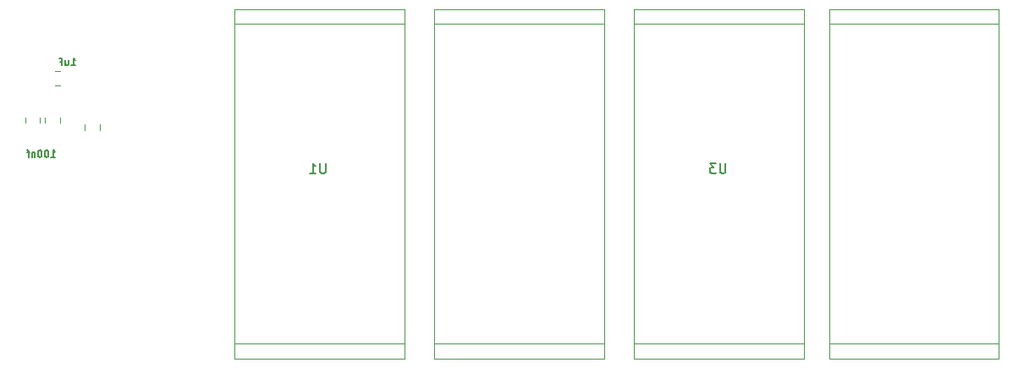
<source format=gbr>
%TF.GenerationSoftware,KiCad,Pcbnew,9.0.0*%
%TF.CreationDate,2025-04-06T17:48:58-04:00*%
%TF.ProjectId,Thruster_Control_Card_COPY,54687275-7374-4657-925f-436f6e74726f,rev?*%
%TF.SameCoordinates,Original*%
%TF.FileFunction,Legend,Bot*%
%TF.FilePolarity,Positive*%
%FSLAX46Y46*%
G04 Gerber Fmt 4.6, Leading zero omitted, Abs format (unit mm)*
G04 Created by KiCad (PCBNEW 9.0.0) date 2025-04-06 17:48:58*
%MOMM*%
%LPD*%
G01*
G04 APERTURE LIST*
%ADD10C,0.150000*%
%ADD11C,0.120000*%
G04 APERTURE END LIST*
D10*
X153183333Y-68666033D02*
X153583333Y-68666033D01*
X153383333Y-68666033D02*
X153383333Y-67966033D01*
X153383333Y-67966033D02*
X153450000Y-68066033D01*
X153450000Y-68066033D02*
X153516667Y-68132700D01*
X153516667Y-68132700D02*
X153583333Y-68166033D01*
X152750000Y-67966033D02*
X152683333Y-67966033D01*
X152683333Y-67966033D02*
X152616666Y-67999366D01*
X152616666Y-67999366D02*
X152583333Y-68032700D01*
X152583333Y-68032700D02*
X152550000Y-68099366D01*
X152550000Y-68099366D02*
X152516666Y-68232700D01*
X152516666Y-68232700D02*
X152516666Y-68399366D01*
X152516666Y-68399366D02*
X152550000Y-68532700D01*
X152550000Y-68532700D02*
X152583333Y-68599366D01*
X152583333Y-68599366D02*
X152616666Y-68632700D01*
X152616666Y-68632700D02*
X152683333Y-68666033D01*
X152683333Y-68666033D02*
X152750000Y-68666033D01*
X152750000Y-68666033D02*
X152816666Y-68632700D01*
X152816666Y-68632700D02*
X152850000Y-68599366D01*
X152850000Y-68599366D02*
X152883333Y-68532700D01*
X152883333Y-68532700D02*
X152916666Y-68399366D01*
X152916666Y-68399366D02*
X152916666Y-68232700D01*
X152916666Y-68232700D02*
X152883333Y-68099366D01*
X152883333Y-68099366D02*
X152850000Y-68032700D01*
X152850000Y-68032700D02*
X152816666Y-67999366D01*
X152816666Y-67999366D02*
X152750000Y-67966033D01*
X152083333Y-67966033D02*
X152016666Y-67966033D01*
X152016666Y-67966033D02*
X151949999Y-67999366D01*
X151949999Y-67999366D02*
X151916666Y-68032700D01*
X151916666Y-68032700D02*
X151883333Y-68099366D01*
X151883333Y-68099366D02*
X151849999Y-68232700D01*
X151849999Y-68232700D02*
X151849999Y-68399366D01*
X151849999Y-68399366D02*
X151883333Y-68532700D01*
X151883333Y-68532700D02*
X151916666Y-68599366D01*
X151916666Y-68599366D02*
X151949999Y-68632700D01*
X151949999Y-68632700D02*
X152016666Y-68666033D01*
X152016666Y-68666033D02*
X152083333Y-68666033D01*
X152083333Y-68666033D02*
X152149999Y-68632700D01*
X152149999Y-68632700D02*
X152183333Y-68599366D01*
X152183333Y-68599366D02*
X152216666Y-68532700D01*
X152216666Y-68532700D02*
X152249999Y-68399366D01*
X152249999Y-68399366D02*
X152249999Y-68232700D01*
X152249999Y-68232700D02*
X152216666Y-68099366D01*
X152216666Y-68099366D02*
X152183333Y-68032700D01*
X152183333Y-68032700D02*
X152149999Y-67999366D01*
X152149999Y-67999366D02*
X152083333Y-67966033D01*
X151549999Y-68199366D02*
X151549999Y-68666033D01*
X151549999Y-68266033D02*
X151516666Y-68232700D01*
X151516666Y-68232700D02*
X151449999Y-68199366D01*
X151449999Y-68199366D02*
X151349999Y-68199366D01*
X151349999Y-68199366D02*
X151283332Y-68232700D01*
X151283332Y-68232700D02*
X151249999Y-68299366D01*
X151249999Y-68299366D02*
X151249999Y-68666033D01*
X151016666Y-68199366D02*
X150749999Y-68199366D01*
X150916666Y-68666033D02*
X150916666Y-68066033D01*
X150916666Y-68066033D02*
X150883333Y-67999366D01*
X150883333Y-67999366D02*
X150816666Y-67966033D01*
X150816666Y-67966033D02*
X150749999Y-67966033D01*
X180661904Y-69304819D02*
X180661904Y-70114342D01*
X180661904Y-70114342D02*
X180614285Y-70209580D01*
X180614285Y-70209580D02*
X180566666Y-70257200D01*
X180566666Y-70257200D02*
X180471428Y-70304819D01*
X180471428Y-70304819D02*
X180280952Y-70304819D01*
X180280952Y-70304819D02*
X180185714Y-70257200D01*
X180185714Y-70257200D02*
X180138095Y-70209580D01*
X180138095Y-70209580D02*
X180090476Y-70114342D01*
X180090476Y-70114342D02*
X180090476Y-69304819D01*
X179090476Y-70304819D02*
X179661904Y-70304819D01*
X179376190Y-70304819D02*
X179376190Y-69304819D01*
X179376190Y-69304819D02*
X179471428Y-69447676D01*
X179471428Y-69447676D02*
X179566666Y-69542914D01*
X179566666Y-69542914D02*
X179661904Y-69590533D01*
X155216666Y-59466033D02*
X155616666Y-59466033D01*
X155416666Y-59466033D02*
X155416666Y-58766033D01*
X155416666Y-58766033D02*
X155483333Y-58866033D01*
X155483333Y-58866033D02*
X155550000Y-58932700D01*
X155550000Y-58932700D02*
X155616666Y-58966033D01*
X154616666Y-58999366D02*
X154616666Y-59466033D01*
X154916666Y-58999366D02*
X154916666Y-59366033D01*
X154916666Y-59366033D02*
X154883333Y-59432700D01*
X154883333Y-59432700D02*
X154816666Y-59466033D01*
X154816666Y-59466033D02*
X154716666Y-59466033D01*
X154716666Y-59466033D02*
X154649999Y-59432700D01*
X154649999Y-59432700D02*
X154616666Y-59399366D01*
X154050000Y-59099366D02*
X154283333Y-59099366D01*
X154283333Y-59466033D02*
X154283333Y-58766033D01*
X154283333Y-58766033D02*
X153950000Y-58766033D01*
X220661904Y-69304819D02*
X220661904Y-70114342D01*
X220661904Y-70114342D02*
X220614285Y-70209580D01*
X220614285Y-70209580D02*
X220566666Y-70257200D01*
X220566666Y-70257200D02*
X220471428Y-70304819D01*
X220471428Y-70304819D02*
X220280952Y-70304819D01*
X220280952Y-70304819D02*
X220185714Y-70257200D01*
X220185714Y-70257200D02*
X220138095Y-70209580D01*
X220138095Y-70209580D02*
X220090476Y-70114342D01*
X220090476Y-70114342D02*
X220090476Y-69304819D01*
X219709523Y-69304819D02*
X219090476Y-69304819D01*
X219090476Y-69304819D02*
X219423809Y-69685771D01*
X219423809Y-69685771D02*
X219280952Y-69685771D01*
X219280952Y-69685771D02*
X219185714Y-69733390D01*
X219185714Y-69733390D02*
X219138095Y-69781009D01*
X219138095Y-69781009D02*
X219090476Y-69876247D01*
X219090476Y-69876247D02*
X219090476Y-70114342D01*
X219090476Y-70114342D02*
X219138095Y-70209580D01*
X219138095Y-70209580D02*
X219185714Y-70257200D01*
X219185714Y-70257200D02*
X219280952Y-70304819D01*
X219280952Y-70304819D02*
X219566666Y-70304819D01*
X219566666Y-70304819D02*
X219661904Y-70257200D01*
X219661904Y-70257200D02*
X219709523Y-70209580D01*
D11*
%TO.C,U2*%
X191500000Y-55350000D02*
X208500000Y-55350000D01*
X208500000Y-87350000D02*
X191500000Y-87350000D01*
X208500000Y-53850000D02*
X191500000Y-53850000D01*
X191500000Y-88850000D01*
X208500000Y-88850000D01*
X208500000Y-53850000D01*
%TO.C,100nf*%
X150565000Y-65248752D02*
X150565000Y-64726248D01*
X152035000Y-65248752D02*
X152035000Y-64726248D01*
%TO.C,U1*%
X171500000Y-55350000D02*
X188500000Y-55350000D01*
X188500000Y-87350000D02*
X171500000Y-87350000D01*
X188500000Y-53850000D02*
X171500000Y-53850000D01*
X171500000Y-88850000D01*
X188500000Y-88850000D01*
X188500000Y-53850000D01*
%TO.C,U4*%
X231000000Y-55350000D02*
X248000000Y-55350000D01*
X248000000Y-87350000D02*
X231000000Y-87350000D01*
X248000000Y-53850000D02*
X231000000Y-53850000D01*
X231000000Y-88850000D01*
X248000000Y-88850000D01*
X248000000Y-53850000D01*
%TO.C,1uF*%
X153538748Y-60065000D02*
X154061252Y-60065000D01*
X153538748Y-61535000D02*
X154061252Y-61535000D01*
%TO.C,C7*%
X156565000Y-65438748D02*
X156565000Y-65961252D01*
X158035000Y-65438748D02*
X158035000Y-65961252D01*
%TO.C,U3*%
X211500000Y-55350000D02*
X228500000Y-55350000D01*
X228500000Y-87350000D02*
X211500000Y-87350000D01*
X228500000Y-53850000D02*
X211500000Y-53850000D01*
X211500000Y-88850000D01*
X228500000Y-88850000D01*
X228500000Y-53850000D01*
%TO.C,C6*%
X152565000Y-64726248D02*
X152565000Y-65248752D01*
X154035000Y-64726248D02*
X154035000Y-65248752D01*
%TD*%
M02*

</source>
